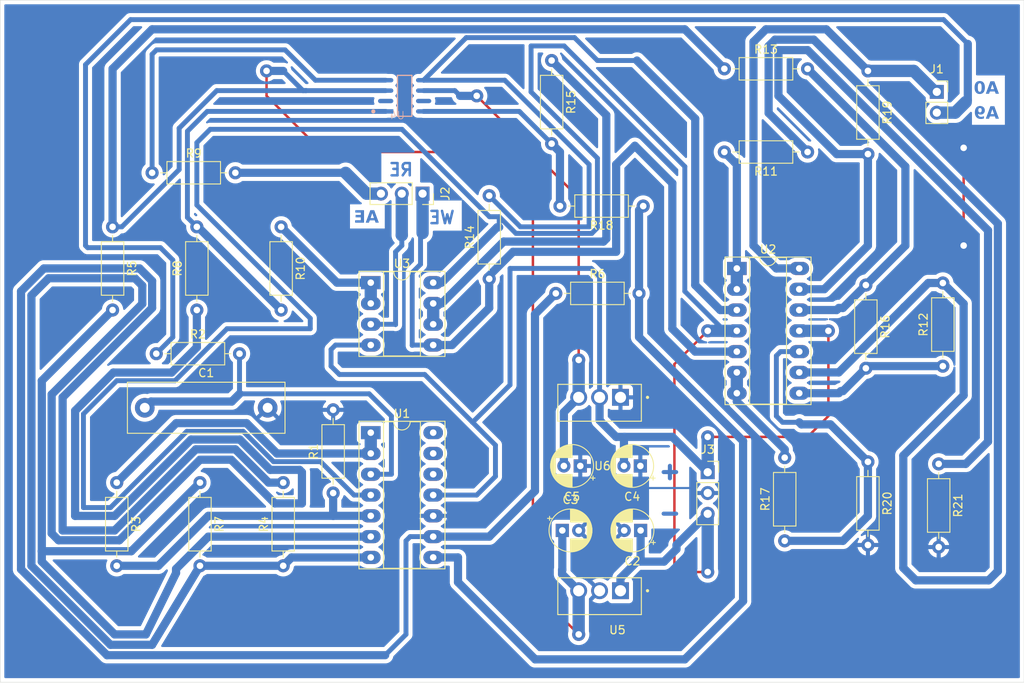
<source format=kicad_pcb>
(kicad_pcb (version 20221018) (generator pcbnew)
  (layers (0 "F.Cu" signal) (31 "B.Cu" signal) (34 "B.Paste" user) (35 "F.Paste" user) (36 "B.SilkS" user "B.Silkscreen") (37 "F.SilkS" user "F.Silkscreen") (38 "B.Mask" user) (39 "F.Mask" user) (44 "Edge.Cuts" user))
  (net 0 "")
  (net 1 "Net-(U1A-+)")
  (net 2 "GND")
  (net 3 "+9V")
  (net 4 "+5V")
  (net 5 "-9V")
  (net 6 "-5V")
  (net 7 "A0")
  (net 8 "A9")
  (net 9 "Net-(J2-Pin_1)")
  (net 10 "Net-(J2-Pin_2)")
  (net 11 "Net-(J2-Pin_3)")
  (net 12 "Net-(U1B-+)")
  (net 13 "Net-(U1A--)")
  (net 14 "t+")
  (net 15 "Net-(U1C--)")
  (net 16 "Net-(U1B--)")
  (net 17 "t-")
  (net 18 "Net-(U4--IN)")
  (net 19 "Net-(U4-+OUT)")
  (net 20 "Net-(U3A--)")
  (net 21 "Net-(U2C--)")
  (net 22 "Net-(U2A--)")
  (net 23 "Net-(R12-Pad1)")
  (net 24 "Net-(U2D-+)")
  (net 25 "Net-(U2A-+)")
  (net 26 "Net-(U3B--)")
  (net 27 "Net-(U4-+IN)")
  (net 28 "Net-(U2C-+)")
  (net 29 "Net-(U2B--)")
  (net 30 "Net-(U2D--)")
  (footprint "l7805:TO255P1020X450X2000-3" (layer "F.Cu") (at 127.772001 103.5325 180)
    (fp_text reference "U6")
    (fp_text value "L7905")
  )
  (footprint "Resistor_THT:R_Axial_DIN0207_L6.3mm_D2.5mm_P10.16mm_Horizontal" (layer "F.Cu") (at 114.3 88.392 90)
    (fp_text reference "R14")
    (fp_text value "2.2K")
  )
  (footprint "Connector_PinSocket_2.54mm:PinSocket_1x03_P2.54mm_Vertical" (layer "F.Cu") (at 140.97 112.014)
    (fp_text reference "J3")
    (fp_text value "Conn_01x03")
  )
  (footprint "Resistor_THT:R_Axial_DIN0207_L6.3mm_D2.5mm_P10.16mm_Horizontal" (layer "F.Cu") (at 153.162 72.898 180)
    (fp_text reference "R11")
    (fp_text value "1K")
  )
  (footprint "Capacitor_THT:C_Rect_L19.0mm_W6.0mm_P15.00mm_MKS4" (layer "F.Cu") (at 72.256 104.14)
    (fp_text reference "C1")
    (fp_text value "470nF")
  )
  (footprint "Package_DIP:DIP-14_W7.62mm_Socket_LongPads" (layer "F.Cu") (at 144.526 87.122)
    (fp_text reference "U2")
    (fp_text value "LM324")
  )
  (footprint "Resistor_THT:R_Axial_DIN0207_L6.3mm_D2.5mm_P10.16mm_Horizontal" (layer "F.Cu") (at 133.096 79.502 180)
    (fp_text reference "R18")
    (fp_text value "10K")
  )
  (footprint "Capacitor_THT:CP_Radial_D5.0mm_P2.00mm" (layer "F.Cu") (at 123.222001 119.126)
    (fp_text reference "C3")
    (fp_text value "0.3uF")
  )
  (footprint "Capacitor_THT:CP_Radial_D5.0mm_P2.00mm" (layer "F.Cu") (at 132.781113 119.126 180)
    (fp_text reference "C2")
    (fp_text value "0.3uF")
  )
  (footprint "l7805:TO255P1020X450X2000-3" (layer "F.Cu") (at 127.772001 127.1545 180)
    (fp_text reference "U5")
    (fp_text value "L7805")
  )
  (footprint "Package_DIP:DIP-8_W7.62mm_Socket_LongPads" (layer "F.Cu") (at 99.842 88.858666)
    (fp_text reference "U3")
    (fp_text value "LM358")
  )
  (footprint "Resistor_THT:R_Axial_DIN0207_L6.3mm_D2.5mm_P10.16mm_Horizontal" (layer "F.Cu") (at 121.92 61.722 -90)
    (fp_text reference "R15")
    (fp_text value "10K")
  )
  (footprint "Resistor_THT:R_Axial_DIN0207_L6.3mm_D2.5mm_P10.16mm_Horizontal" (layer "F.Cu") (at 73.152 75.438)
    (fp_text reference "R9")
    (fp_text value "2.2K")
  )
  (footprint "Resistor_THT:R_Axial_DIN0207_L6.3mm_D2.5mm_P10.16mm_Horizontal" (layer "F.Cu") (at 150.368 120.396 90)
    (fp_text reference "R17")
    (fp_text value "1K")
  )
  (footprint "Resistor_THT:R_Axial_DIN0207_L6.3mm_D2.5mm_P10.16mm_Horizontal" (layer "F.Cu") (at 169.672 99.06 90)
    (fp_text reference "R12")
    (fp_text value "1K")
  )
  (footprint "Capacitor_THT:CP_Radial_D5.0mm_P2.00mm" (layer "F.Cu") (at 125.415113 111.252 180)
    (fp_text reference "C5")
    (fp_text value "0.3uF")
  )
  (footprint "Connector_PinSocket_2.54mm:PinSocket_1x03_P2.54mm_Vertical" (layer "F.Cu") (at 106.167 77.984333 -90)
    (fp_text reference "J2")
    (fp_text value "Conn_01x03")
  )
  (footprint "Resistor_THT:R_Axial_DIN0207_L6.3mm_D2.5mm_P10.16mm_Horizontal" (layer "F.Cu") (at 160.528 110.744 -90)
    (fp_text reference "R20")
    (fp_text value "1K")
  )
  (footprint "Resistor_THT:R_Axial_DIN0207_L6.3mm_D2.5mm_P10.16mm_Horizontal" (layer "F.Cu") (at 68.834 113.284 -90)
    (fp_text reference "R3")
    (fp_text value "2.83K")
  )
  (footprint "Resistor_THT:R_Axial_DIN0207_L6.3mm_D2.5mm_P10.16mm_Horizontal" (layer "F.Cu") (at 160.528 62.992 -90)
    (fp_text reference "R19")
    (fp_text value "1.17K")
  )
  (footprint "Resistor_THT:R_Axial_DIN0207_L6.3mm_D2.5mm_P10.16mm_Horizontal" (layer "F.Cu") (at 78.613 92.202 90)
    (fp_text reference "R8")
    (fp_text value "10K")
  )
  (footprint "Resistor_THT:R_Axial_DIN0207_L6.3mm_D2.5mm_P10.16mm_Horizontal" (layer "F.Cu") (at 78.994 113.284 -90)
    (fp_text reference "R7")
    (fp_text value "150")
  )
  (footprint "Resistor_THT:R_Axial_DIN0207_L6.3mm_D2.5mm_P10.16mm_Horizontal" (layer "F.Cu") (at 68.326 82.042 -90)
    (fp_text reference "R5")
    (fp_text value "1K")
  )
  (footprint "Resistor_THT:R_Axial_DIN0207_L6.3mm_D2.5mm_P10.16mm_Horizontal" (layer "F.Cu") (at 160.274 89.154 -90)
    (fp_text reference "R16")
    (fp_text value "1K")
  )
  (footprint "Resistor_THT:R_Axial_DIN0207_L6.3mm_D2.5mm_P10.16mm_Horizontal" (layer "F.Cu") (at 89.154 123.444 90)
    (fp_text reference "R4")
    (fp_text value "1K")
  )
  (footprint "Resistor_THT:R_Axial_DIN0207_L6.3mm_D2.5mm_P10.16mm_Horizontal" (layer "F.Cu") (at 143.002 62.738)
    (fp_text reference "R13")
    (fp_text value "3.3K")
  )
  (footprint "Package_DIP:DIP-14_W7.62mm_Socket_LongPads" (layer "F.Cu") (at 99.842 107.183)
    (fp_text reference "U1")
    (fp_text value "LM324")
  )
  (footprint "Resistor_THT:R_Axial_DIN0207_L6.3mm_D2.5mm_P10.16mm_Horizontal" (layer "F.Cu") (at 73.66 97.536)
    (fp_text reference "R2")
    (fp_text value "10K")
  )
  (footprint "Resistor_THT:R_Axial_DIN0207_L6.3mm_D2.5mm_P10.16mm_Horizontal" (layer "F.Cu") (at 122.428 90.17)
    (fp_text reference "R6")
    (fp_text value "1K")
  )
  (footprint "Capacitor_THT:CP_Radial_D5.0mm_P2.00mm" (layer "F.Cu") (at 132.749113 111.252 180)
    (fp_text reference "C4")
    (fp_text value "0.3uF")
  )
  (footprint "Resistor_THT:R_Axial_DIN0207_L6.3mm_D2.5mm_P10.16mm_Horizontal" (layer "F.Cu") (at 95.25 114.554 90)
    (fp_text reference "R1")
    (fp_text value "1K")
  )
  (footprint "Resistor_THT:R_Axial_DIN0207_L6.3mm_D2.5mm_P10.16mm_Horizontal" (layer "F.Cu") (at 88.9 82.042 -90)
    (fp_text reference "R10")
    (fp_text value "10K")
  )
  (footprint "Connector_PinSocket_2.54mm:PinSocket_1x02_P2.54mm_Vertical" (layer "F.Cu") (at 168.935 65.552)
    (fp_text reference "J1")
    (fp_text value "Conn_01x02")
  )
  (footprint "Resistor_THT:R_Axial_DIN0207_L6.3mm_D2.5mm_P10.16mm_Horizontal" (layer "F.Cu") (at 169.164 110.998 -90)
    (fp_text reference "R21")
    (fp_text value "1K")
  )
  (footprint "Analog Devices Inc - AD8138ARZ:ANALOG_DEVICES_INC_AD8138ARZ_0" (layer "B.Cu") (at 103.9795 66.035)
    (fp_text reference "U4")
    (fp_text value "AD8138ARZ")
  )
  (gr_rect (start 54.61 54.356) (end 179.578 137.668) (stroke (width 0.05)) (fill none) (layer "Edge.Cuts"))
  (gr_text "WE" (at 110.236 81.788) (layer "B.Cu") (effects (font (size 1.5 1.5) (thickness 0.3) bold) (justify left bottom mirror)))
  (gr_text "AE" (at 100.838 81.788) (layer "B.Cu") (effects (font (size 1.5 1.5) (thickness 0.3) bold) (justify left bottom mirror)))
  (gr_text "RE" (at 105.156 75.946) (layer "B.Cu") (effects (font (size 1.5 1.5) (thickness 0.3) bold) (justify left bottom mirror)))
  (gr_text "A9" (at 176.53 69.088) (layer "B.Cu") (effects (font (size 1.5 1.5) (thickness 0.3) bold) (justify left bottom mirror)))
  (gr_text "+\n" (at 137.922 113.03) (layer "B.Cu") (effects (font (size 2 2) (thickness 0.5) bold) (justify left bottom mirror)))
  (gr_text "-" (at 137.922 118.11) (layer "B.Cu") (effects (font (size 2 2) (thickness 0.5) bold) (justify left bottom mirror)))
  (gr_text "A0" (at 176.53 66.04) (layer "B.Cu") (effects (font (size 1.5 1.5) (thickness 0.3) bold) (justify left bottom mirror)))
  (segment (start 99.646 102.44) (end 83.820002 102.44) (width 0.6) (layer "B.Cu") (net 1))
  (segment (start 99.842 112.263) (end 102.362 112.263) (width 0.6) (layer "B.Cu") (net 1))
  (segment (start 83.82 102.439998) (end 83.820002 102.44) (width 0.6) (layer "B.Cu") (net 1))
  (segment (start 82.882002 103.378) (end 83.820002 102.44) (width 1) (layer "B.Cu") (net 1))
  (segment (start 73.018 103.378) (end 82.882002 103.378) (width 1) (layer "B.Cu") (net 1))
  (segment (start 72.256 104.14) (end 73.018 103.378) (width 1) (layer "B.Cu") (net 1))
  (segment (start 102.362 112.263) (end 102.362 105.156) (width 0.6) (layer "B.Cu") (net 1))
  (segment (start 83.82 97.536) (end 83.82 102.439998) (width 0.6) (layer "B.Cu") (net 1))
  (segment (start 102.362 105.156) (end 99.646 102.44) (width 0.6) (layer "B.Cu") (net 1))
  (segment (start 172.212 72.39) (end 172.212 84.327998) (width 0.3) (layer "F.Cu") (net 2))
  (segment (start 172.212 84.327998) (end 172.212001 84.327999) (width 0.3) (layer "F.Cu") (net 2))
  (via (at 172.212001 84.327999) (size 1.6) (drill 0.8) (layers "F.Cu" "B.Cu") (net 2))
  (via (at 172.212 72.39) (size 1.6) (drill 0.8) (layers "F.Cu" "B.Cu") (net 2))
  (segment (start 136.906 124.206) (end 136.906 98.806) (width 0.3) (layer "F.Cu") (net 3))
  (segment (start 140.97 124.206) (end 136.906 124.206) (width 0.3) (layer "F.Cu") (net 3))
  (segment (start 136.906 98.806) (end 140.97 94.742) (width 0.3) (layer "F.Cu") (net 3))
  (via (at 140.97 124.206) (size 1.6) (drill 0.8) (layers "F.Cu" "B.Cu") (net 3))
  (via (at 140.97 94.742) (size 1.6) (drill 0.8) (layers "F.Cu" "B.Cu") (net 3))
  (segment (start 140.97 94.742) (end 144.526 94.742) (width 1.5) (layer "B.Cu") (net 3))
  (segment (start 92.456 93.218) (end 92.456 94.488) (width 0.6) (layer "B.Cu") (net 3))
  (segment (start 137.16 121.412) (end 135.636 122.936) (width 1) (layer "B.Cu") (net 3))
  (segment (start 135.636 122.936) (end 132.334 122.936) (width 1) (layer "B.Cu") (net 3))
  (segment (start 140.97 117.094) (end 137.16 120.904) (width 1) (layer "B.Cu") (net 3))
  (segment (start 127.508 73.66) (end 119.41 65.562) (width 0.6) (layer "B.Cu") (net 3))
  (segment (start 126.823164 82.841501) (end 127.508 82.156665) (width 0.6) (layer "B.Cu") (net 3))
  (segment (start 127.508 82.156665) (end 127.508 73.66) (width 0.6) (layer "B.Cu") (net 3))
  (segment (start 115.264666 82.093334) (end 108.499334 88.858666) (width 1) (layer "B.Cu") (net 3))
  (segment (start 119.41 65.562) (end 119.41 59.944) (width 0.6) (layer "B.Cu") (net 3))
  (segment (start 84.27149 107.020998) (end 87.977993 110.727501) (width 0.6) (layer "B.Cu") (net 3))
  (segment (start 64.77 116.332) (end 68.072 116.332) (width 0.6) (layer "B.Cu") (net 3))
  (segment (start 108.499334 88.858666) (end 107.462 88.858666) (width 1) (layer "B.Cu") (net 3))
  (segment (start 75.946 100.838) (end 68.834 100.838) (width 0.6) (layer "B.Cu") (net 3))
  (segment (start 138.176 89.916) (end 143.002 94.742) (width 0.6) (layer "B.Cu") (net 3))
  (segment (start 92.456 94.488) (end 82.296 94.488) (width 0.6) (layer "B.Cu") (net 3))
  (segment (start 78.613 79.375) (end 92.456 93.218) (width 0.6) (layer "B.Cu") (net 3))
  (segment (start 77.383002 107.020998) (end 84.27149 107.020998) (width 0.6) (layer "B.Cu") (net 3))
  (segment (start 87.977993 110.727501) (end 93.722001 110.727501) (width 0.6) (layer "B.Cu") (net 3))
  (segment (start 80.244 70.124) (end 78.613 71.755) (width 0.6) (layer "B.Cu") (net 3))
  (segment (start 119.41 59.944) (end 123.444 59.944) (width 0.6) (layer "B.Cu") (net 3))
  (segment (start 132.334 122.936) (end 130.322001 124.947999) (width 1) (layer "B.Cu") (net 3))
  (segment (start 93.722001 110.727501) (end 97.7975 114.803) (width 0.6) (layer "B.Cu") (net 3))
  (segment (start 114.33 80.802) (end 103.652 70.124) (width 0.6) (layer "B.Cu") (net 3))
  (segment (start 82.296 94.488) (end 75.946 100.838) (width 0.6) (layer "B.Cu") (net 3))
  (segment (start 137.16 120.904) (end 137.16 121.412) (width 1) (layer "B.Cu") (net 3))
  (segment (start 115.518666 80.802) (end 117.558167 82.841501) (width 0.6) (layer "B.Cu") (net 3))
  (segment (start 115.518666 80.802) (end 114.33 80.802) (width 0.6) (layer "B.Cu") (net 3))
  (segment (start 123.444 59.944) (end 138.176 74.676) (width 0.6) (layer "B.Cu") (net 3))
  (segment (start 115.518666 82.093334) (end 115.264666 82.093334) (width 1) (layer "B.Cu") (net 3))
  (segment (start 140.97 124.206) (end 140.97 117.094) (width 1.5) (layer "B.Cu") (net 3))
  (segment (start 64.77 104.902) (end 64.77 116.332) (width 0.6) (layer "B.Cu") (net 3))
  (segment (start 130.322001 124.947999) (end 130.322001 126.492) (width 1) (layer "B.Cu") (net 3))
  (segment (start 138.176 74.676) (end 138.176 89.916) (width 0.6) (layer "B.Cu") (net 3))
  (segment (start 97.7975 114.803) (end 99.842 114.803) (width 0.6) (layer "B.Cu") (net 3))
  (segment (start 143.002 94.742) (end 144.526 94.742) (width 0.6) (layer "B.Cu") (net 3))
  (segment (start 115.518666 82.093334) (end 115.518666 80.802) (width 0.6) (layer "B.Cu") (net 3))
  (segment (start 68.072 116.332) (end 77.383002 107.020998) (width 0.6) (layer "B.Cu") (net 3))
  (segment (start 78.613 71.755) (end 78.613 79.375) (width 0.6) (layer "B.Cu") (net 3))
  (segment (start 132.781113 119.126) (end 132.781113 122.488887) (width 1) (layer "B.Cu") (net 3))
  (segment (start 103.652 70.124) (end 80.244 70.124) (width 0.6) (layer "B.Cu") (net 3))
  (segment (start 132.781113 122.488887) (end 132.334 122.936) (width 1) (layer "B.Cu") (net 3))
  (segment (start 68.834 100.838) (end 64.77 104.902) (width 0.6) (layer "B.Cu") (net 3))
  (segment (start 117.558167 82.841501) (end 126.823164 82.841501) (width 0.6) (layer "B.Cu") (net 3))
  (segment (start 93.98 72.898) (end 114.3 72.898) (width 0.3) (layer "F.Cu") (net 4))
  (segment (start 119.634 77.216) (end 119.634 126.238) (width 0.3) (layer "F.Cu") (net 4))
  (segment (start 87.122 66.04) (end 93.98 72.898) (width 0.3) (layer "F.Cu") (net 4))
  (segment (start 87.122 62.992) (end 87.122 66.04) (width 0.3) (layer "F.Cu") (net 4))
  (segment (start 114.3 72.898) (end 118.618 77.216) (width 0.3) (layer "F.Cu") (net 4))
  (segment (start 118.618 77.216) (end 119.634 77.216) (width 0.3) (layer "F.Cu") (net 4))
  (segment (start 119.634 126.238) (end 125.222 131.826) (width 0.3) (layer "F.Cu") (net 4))
  (via (at 125.222 131.826) (size 1.6) (drill 0.8) (layers "F.Cu" "B.Cu") (net 4))
  (via (at 87.122 62.992) (size 1.6) (drill 0.8) (layers "F.Cu" "B.Cu") (net 4))
  (segment (start 68.326 62.738) (end 68.326 82.042) (width 1) (layer "B.Cu") (net 4))
  (segment (start 81.043334 65.4) (end 76.454 69.989334) (width 0.6) (layer "B.Cu") (net 4))
  (segment (start 143.002 62.738) (end 138.176 57.912) (width 1) (layer "B.Cu") (net 4))
  (segment (start 123.222001 123.919999) (end 123.222001 119.126) (width 1) (layer "B.Cu") (net 4))
  (segment (start 123.19 124.459999) (end 123.19 123.952) (width 1) (layer "B.Cu") (net 4))
  (segment (start 69.45737 82.042) (end 68.326 82.042) (width 0.6) (layer "B.Cu") (net 4))
  (segment (start 138.176 57.912) (end 73.152 57.912) (width 1) (layer "B.Cu") (net 4))
  (segment (start 101.6635 65.4) (end 91.948 65.4) (width 0.6) (layer "B.Cu") (net 4))
  (segment (start 125.222 131.826) (end 125.222001 126.492) (width 1.5) (layer "B.Cu") (net 4))
  (segment (start 76.454 75.04537) (end 69.45737 82.042) (width 0.6) (layer "B.Cu") (net 4))
  (segment (start 91.562 65.4) (end 89.154 62.992) (width 0.6) (layer "B.Cu") (net 4))
  (segment (start 125.222001 126.492) (end 123.19 124.459999) (width 1) (layer "B.Cu") (net 4))
  (segment (start 73.152 57.912) (end 68.326 62.738) (width 1) (layer "B.Cu") (net 4))
  (segment (start 76.454 69.989334) (end 76.454 75.04537) (width 0.6) (layer "B.Cu") (net 4))
  (segment (start 91.948 65.4) (end 91.562 65.4) (width 0.6) (layer "B.Cu") (net 4))
  (segment (start 91.948 65.4) (end 81.043334 65.4) (width 0.6) (layer "B.Cu") (net 4))
  (segment (start 123.19 123.952) (end 123.222001 123.919999) (width 1) (layer "B.Cu") (net 4))
  (segment (start 87.122 62.992) (end 89.154 62.992) (width 1) (layer "B.Cu") (net 4))
  (segment (start 155.702 105.156) (end 153.162 107.696) (width 0.3) (layer "F.Cu") (net 5))
  (segment (start 153.162 107.696) (end 140.97 107.696) (width 0.3) (layer "F.Cu") (net 5))
  (segment (start 155.702 94.742) (end 155.702 105.156) (width 0.3) (layer "F.Cu") (net 5))
  (via (at 140.97 107.696) (size 1.6) (drill 0.8) (layers "F.Cu" "B.Cu") (net 5))
  (via (at 155.702 94.742) (size 1.6) (drill 0.8) (layers "F.Cu" "B.Cu") (net 5))
  (segment (start 130.749113 111.252) (end 130.749113 107.756887) (width 1) (layer "B.Cu") (net 5))
  (segment (start 115.062 108.712) (end 115.062 112.522) (width 0.6) (layer "B.Cu") (net 5))
  (segment (start 94.996 99.06) (end 96.012 100.076) (width 0.6) (layer "B.Cu") (net 5))
  (segment (start 106.426 100.076) (end 112.268 105.918) (width 0.6) (layer "B.Cu") (net 5))
  (segment (start 95.545334 96.478666) (end 94.996 97.028) (width 0.6) (layer "B.Cu") (net 5))
  (segment (start 126.766002 87.122) (end 127.772001 88.127999) (width 0.6) (layer "B.Cu") (net 5))
  (segment (start 99.842 96.478666) (end 95.545334 96.478666) (width 0.6) (layer "B.Cu") (net 5))
  (segment (start 116.84 101.346) (end 116.84 87.122) (width 0.6) (layer "B.Cu") (net 5))
  (segment (start 140.97 107.696) (end 140.97 112.014) (width 1.5) (layer "B.Cu") (net 5))
  (segment (start 129.794 107.696) (end 127.772001 105.674001) (width 1) (layer "B.Cu") (net 5))
  (segment (start 116.84 87.122) (end 126.766002 87.122) (width 0.6) (layer "B.Cu") (net 5))
  (segment (start 130.749113 107.756887) (end 130.81 107.696) (width 1) (layer "B.Cu") (net 5))
  (segment (start 136.652 107.696) (end 130.81 107.696) (width 1) (layer "B.Cu") (net 5))
  (segment (start 130.81 107.696) (end 129.794 107.696) (width 1) (layer "B.Cu") (net 5))
  (segment (start 127.772001 105.674001) (end 127.772001 102.87) (width 1) (layer "B.Cu") (net 5))
  (segment (start 155.702 94.742) (end 152.146 94.742) (width 1.5) (layer "B.Cu") (net 5))
  (segment (start 112.781 114.803) (end 107.462 114.803) (width 0.6) (layer "B.Cu") (net 5))
  (segment (start 112.268 105.918) (end 115.062 108.712) (width 0.6) (layer "B.Cu") (net 5))
  (segment (start 112.268 105.918) (end 116.84 101.346) (width 0.6) (layer "B.Cu") (net 5))
  (segment (start 140.97 112.014) (end 136.652 107.696) (width 1) (layer "B.Cu") (net 5))
  (segment (start 127.772001 88.127999) (end 127.772001 102.87) (width 0.6) (layer "B.Cu") (net 5))
  (segment (start 115.062 112.522) (end 112.781 114.803) (width 0.6) (layer "B.Cu") (net 5))
  (segment (start 94.996 97.028) (end 94.996 99.06) (width 0.6) (layer "B.Cu") (net 5))
  (segment (start 96.012 100.076) (end 106.426 100.076) (width 0.6) (layer "B.Cu") (net 5))
  (segment (start 112.776 66.04) (end 125.222 78.486) (width 0.3) (layer "F.Cu") (net 6))
  (segment (start 125.222 78.486) (end 125.222 98.298) (width 0.3) (layer "F.Cu") (net 6))
  (via (at 125.222 98.298) (size 1.6) (drill 0.8) (layers "F.Cu" "B.Cu") (net 6))
  (via (at 112.776 66.04) (size 1.6) (drill 0.8) (layers "F.Cu" "B.Cu") (net 6))
  (segment (start 123.415113 111.252) (end 123.415113 104.676888) (width 1) (layer "B.Cu") (net 6))
  (segment (start 123.415113 104.676888) (end 125.222001 102.87) (width 1) (layer "B.Cu") (net 6))
  (segment (start 110.104 65.4) (end 110.744 66.04) (width 0.6) (layer "B.Cu") (net 6))
  (segment (start 112.776 66.04) (end 110.744 66.04) (width 1) (layer "B.Cu") (net 6))
  (segment (start 106.2955 65.4) (end 110.104 65.4) (width 0.6) (layer "B.Cu") (net 6))
  (segment (start 125.222 98.298) (end 125.222001 102.87) (width 1.5) (layer "B.Cu") (net 6))
  (segment (start 168.935 65.552) (end 168.676 65.552) (width 1.5) (layer "B.Cu") (net 7))
  (segment (start 146.558 84.328) (end 146.558 59.436) (width 1) (layer "B.Cu") (net 7))
  (segment (start 168.676 65.552) (end 166.116 62.992) (width 1.5) (layer "B.Cu") (net 7))
  (segment (start 149.352 87.122) (end 146.558 84.328) (width 1) (layer "B.Cu") (net 7))
  (segment (start 148.082 57.912) (end 155.448 57.912) (width 1) (layer "B.Cu") (net 7))
  (segment (start 152.146 87.122) (end 149.352 87.122) (width 1) (layer "B.Cu") (net 7))
  (segment (start 155.448 57.912) (end 160.528 62.992) (width 1) (layer "B.Cu") (net 7))
  (segment (start 166.116 62.992) (end 160.528 62.992) (width 1.5) (layer "B.Cu") (net 7))
  (segment (start 146.558 59.436) (end 148.082 57.912) (width 1) (layer "B.Cu") (net 7))
  (segment (start 172.72 66.548) (end 172.466 66.802) (width 1) (layer "B.Cu") (net 8))
  (segment (start 169.758998 56.728998) (end 172.72 59.69) (width 0.6) (layer "B.Cu") (net 8))
  (segment (start 75.675501 86.089501) (end 74.168 84.582) (width 0.6) (layer "B.Cu") (net 8))
  (segment (start 65.024 62.23) (end 70.525002 56.728998) (width 0.6) (layer "B.Cu") (net 8))
  (segment (start 70.525002 56.728998) (end 169.758998 56.728998) (width 0.6) (layer "B.Cu") (net 8))
  (segment (start 73.66 97.536) (end 75.675501 95.520499) (width 0.6) (layer "B.Cu") (net 8))
  (segment (start 172.72 59.69) (end 172.72 66.548) (width 1) (layer "B.Cu") (net 8))
  (segment (start 65.024 84.328) (end 65.024 62.23) (width 0.6) (layer "B.Cu") (net 8))
  (segment (start 74.168 84.582) (end 65.278 84.582) (width 0.6) (layer "B.Cu") (net 8))
  (segment (start 171.176 68.092) (end 172.466 66.802) (width 1.5) (layer "B.Cu") (net 8))
  (segment (start 65.278 84.582) (end 65.024 84.328) (width 0.6) (layer "B.Cu") (net 8))
  (segment (start 75.675501 95.520499) (end 75.675501 86.089501) (width 0.6) (layer "B.Cu") (net 8))
  (segment (start 168.935 68.092) (end 171.176 68.092) (width 1.5) (layer "B.Cu") (net 8))
  (segment (start 105.918 86.614) (end 105.918 83.048) (width 0.6) (layer "B.Cu") (net 9))
  (segment (start 129.794 74.422) (end 129.794 85.09) (width 1) (layer "B.Cu") (net 9))
  (segment (start 106.167 77.984333) (end 106.167 82.799) (width 1.5) (layer "B.Cu") (net 9))
  (segment (start 107.462 96.478666) (end 104.943334 96.478666) (width 0.6) (layer "B.Cu") (net 9))
  (segment (start 136.652 76.708) (end 132.08 72.136) (width 1) (layer "B.Cu") (net 9))
  (segment (start 114.3 88.392) (end 114.3 91.948) (width 1) (layer "B.Cu") (net 9))
  (segment (start 139.446 97.282) (end 136.652 94.488) (width 1) (layer "B.Cu") (net 9))
  (segment (start 104.902 96.52) (end 104.902 87.63) (width 0.6) (layer "B.Cu") (net 9))
  (segment (start 104.902 87.63) (end 105.918 86.614) (width 0.6) (layer "B.Cu") (net 9))
  (segment (start 114.3 91.948) (end 109.769334 96.478666) (width 1) (layer "B.Cu") (net 9))
  (segment (start 117.204492 85.09) (end 114.3 87.994492) (width 1) (layer "B.Cu") (net 9))
  (segment (start 136.652 94.488) (end 136.652 76.708) (width 1) (layer "B.Cu") (net 9))
  (segment (start 129.794 85.09) (end 117.204492 85.09) (width 1) (layer "B.Cu") (net 9))
  (segment (start 132.08 72.136) (end 129.794 74.422) (width 1) (layer "B.Cu") (net 9))
  (segment (start 144.526 97.282) (end 139.446 97.282) (width 1) (layer "B.Cu") (net 9))
  (segment (start 109.769334 96.478666) (end 107.462 96.478666) (width 1) (layer "B.Cu") (net 9))
  (segment (start 105.918 83.048) (end 106.167 82.799) (width 0.6) (layer "B.Cu") (net 9))
  (segment (start 104.943334 96.478666) (end 104.902 96.52) (width 0.6) (layer "B.Cu") (net 9))
  (segment (start 114.3 87.994492) (end 114.3 88.392) (width 1) (layer "B.Cu") (net 9))
  (segment (start 103.632 84.328) (end 103.632 83.058) (width 0.6) (layer "B.Cu") (net 10))
  (segment (start 99.842 93.938666) (end 102.828666 93.938666) (width 0.6) (layer "B.Cu") (net 10))
  (segment (start 102.87 85.09) (end 103.632 84.328) (width 0.6) (layer "B.Cu") (net 10))
  (segment (start 102.87 93.98) (end 102.87 85.09) (width 0.6) (layer "B.Cu") (net 10))
  (segment (start 103.627 77.984333) (end 103.627 83.053) (width 1.5) (layer "B.Cu") (net 10))
  (segment (start 103.627 83.053) (end 103.632 83.058) (width 1.5) (layer "B.Cu") (net 10))
  (segment (start 102.828666 93.938666) (end 102.87 93.98) (width 0.6) (layer "B.Cu") (net 10))
  (segment (start 101.087 77.984333) (end 99.320333 77.984333) (width 1.5) (layer "B.Cu") (net 11))
  (segment (start 99.320333 77.984333) (end 96.774 75.438) (width 1.5) (layer "B.Cu") (net 11))
  (segment (start 83.312 75.438) (end 96.774 75.438) (width 1) (layer "B.Cu") (net 11))
  (segment (start 95.25 114.554) (end 95.25 117.343) (width 1) (layer "B.Cu") (net 12))
  (segment (start 99.842 117.343) (end 95.25 117.343) (width 1) (layer "B.Cu") (net 12))
  (segment (start 80.015 117.343) (end 73.914 123.444) (width 1) (layer "B.Cu") (net 12))
  (segment (start 73.914 123.444) (end 68.834 123.444) (width 1) (layer "B.Cu") (net 12))
  (segment (start 95.25 117.343) (end 80.015 117.343) (width 1) (layer "B.Cu") (net 12))
  (segment (start 76.096503 106.021497) (end 84.685497 106.021497) (width 1) (layer "B.Cu") (net 13))
  (segment (start 99.837 109.728) (end 99.842 109.723) (width 1) (layer "B.Cu") (net 13))
  (segment (start 68.834 113.284) (end 76.096503 106.021497) (width 1) (layer "B.Cu") (net 13))
  (segment (start 84.685497 106.021497) (end 88.392 109.728) (width 1) (layer "B.Cu") (net 13))
  (segment (start 88.392 109.728) (end 99.837 109.728) (width 1) (layer "B.Cu") (net 13))
  (segment (start 99.842 107.183) (end 99.842 109.723) (width 1.5) (layer "B.Cu") (net 13))
  (segment (start 73.152 133.096) (end 68.072 133.096) (width 1) (layer "B.Cu") (net 14))
  (segment (start 68.072 133.096) (end 58.42 123.444) (width 1) (layer "B.Cu") (net 14))
  (segment (start 61.73315 120.325501) (end 69.158499 120.325501) (width 1) (layer "B.Cu") (net 14))
  (segment (start 71.049501 88.321501) (end 71.952499 89.224499) (width 1) (layer "B.Cu") (net 14))
  (segment (start 99.837 122.428) (end 99.842 122.423) (width 1) (layer "B.Cu") (net 14))
  (segment (start 87.563986 111.727002) (end 83.857483 108.020499) (width 1) (layer "B.Cu") (net 14))
  (segment (start 91.44 112.014) (end 91.153002 111.727002) (width 1) (layer "B.Cu") (net 14))
  (segment (start 88.138 115.824) (end 91.44 115.824) (width 1) (layer "B.Cu") (net 14))
  (segment (start 58.42 90.424) (end 60.522499 88.321501) (width 1) (layer "B.Cu") (net 14))
  (segment (start 60.522499 88.321501) (end 71.049501 88.321501) (width 1) (layer "B.Cu") (net 14))
  (segment (start 82.804 110.49) (end 88.138 115.824) (width 1) (layer "B.Cu") (net 14))
  (segment (start 77.907501 108.020499) (end 68.58 117.348) (width 1) (layer "B.Cu") (net 14))
  (segment (start 89.154 123.444) (end 90.17 122.428) (width 1) (layer "B.Cu") (net 14))
  (segment (start 68.58 117.348) (end 63.754 117.348) (width 1) (layer "B.Cu") (net 14))
  (segment (start 91.44 115.824) (end 91.44 112.014) (width 1) (layer "B.Cu") (net 14))
  (segment (start 71.952499 89.224499) (end 71.952499 91.451151) (width 1) (layer "B.Cu") (net 14))
  (segment (start 58.42 123.444) (end 58.42 90.424) (width 1) (layer "B.Cu") (net 14))
  (segment (start 68.419993 99.838499) (end 75.531993 99.838499) (width 1) (layer "B.Cu") (net 14))
  (segment (start 83.857483 108.020499) (end 77.907501 108.020499) (width 1) (layer "B.Cu") (net 14))
  (segment (start 91.153002 111.727002) (end 87.563986 111.727002) (width 1) (layer "B.Cu") (net 14))
  (segment (start 78.613 96.757492) (end 78.613 92.202) (width 1) (layer "B.Cu") (net 14))
  (segment (start 78.994 110.49) (end 82.804 110.49) (width 1) (layer "B.Cu") (net 14))
  (segment (start 71.952499 91.451151) (end 60.89 102.51365) (width 1) (layer "B.Cu") (net 14))
  (segment (start 60.89 102.51365) (end 60.89 119.482351) (width 1) (layer "B.Cu") (net 14))
  (segment (start 63.754 117.348) (end 63.754 104.504492) (width 1) (layer "B.Cu") (net 14))
  (segment (start 90.17 122.428) (end 99.837 122.428) (width 1) (layer "B.Cu") (net 14))
  (segment (start 78.994 123.444) (end 89.154 123.444) (width 1) (layer "B.Cu") (net 14))
  (segment (start 63.754 104.504492) (end 68.419993 99.838499) (width 1) (layer "B.Cu") (net 14))
  (segment (start 60.89 119.482351) (end 61.73315 120.325501) (width 1) (layer "B.Cu") (net 14))
  (segment (start 69.158499 120.325501) (end 78.994 110.49) (width 1) (layer "B.Cu") (net 14))
  (segment (start 75.531993 99.838499) (end 78.613 96.757492) (width 1) (layer "B.Cu") (net 14))
  (segment (start 78.994 123.444) (end 73.152 133.096) (width 1) (layer "B.Cu") (net 14))
  (segment (start 114.305 119.883) (end 107.462 119.883) (width 1) (layer "B.Cu") (net 15))
  (segment (start 104.14 120.396) (end 104.14 131.826) (width 0.6) (layer "B.Cu") (net 15))
  (segment (start 87.376 113.284) (end 83.312 109.22) (width 1) (layer "B.Cu") (net 15))
  (segment (start 107.462 119.883) (end 104.653 119.883) (width 0.6) (layer "B.Cu") (net 15))
  (segment (start 104.14 131.826) (end 101.6 134.366) (width 0.6) (layer "B.Cu") (net 15))
  (segment (start 119.888 92.71) (end 119.888 114.3) (width 1) (layer "B.Cu") (net 15))
  (segment (start 67.645649 134.366) (end 101.6 134.366) (width 1) (layer "B.Cu") (net 15))
  (segment (start 59.944 87.122) (end 57.15 89.916) (width 1) (layer "B.Cu") (net 15))
  (segment (start 78.486 109.22) (end 68.58 119.126) (width 1) (layer "B.Cu") (net 15))
  (segment (start 122.428 90.17) (end 119.888 92.71) (width 1) (layer "B.Cu") (net 15))
  (segment (start 68.58 119.126) (end 62.23 119.126) (width 1) (layer "B.Cu") (net 15))
  (segment (start 73.152 91.948) (end 73.152 88.646) (width 1) (layer "B.Cu") (net 15))
  (segment (start 73.152 88.646) (end 71.628 87.122) (width 1) (layer "B.Cu") (net 15))
  (segment (start 57.15 123.870351) (end 67.645649 134.366) (width 1) (layer "B.Cu") (net 15))
  (segment (start 57.15 89.916) (end 57.15 123.870351) (width 1) (layer "B.Cu") (net 15))
  (segment (start 83.312 109.22) (end 78.486 109.22) (width 1) (layer "B.Cu") (net 15))
  (segment (start 89.154 113.284) (end 87.376 113.284) (width 1) (layer "B.Cu") (net 15))
  (segment (start 62.23 119.126) (end 62.23 102.87) (width 1) (layer "B.Cu") (net 15))
  (segment (start 71.628 87.122) (end 59.944 87.122) (width 1) (layer "B.Cu") (net 15))
  (segment (start 119.888 114.3) (end 114.305 119.883) (width 1) (layer "B.Cu") (net 15))
  (segment (start 62.23 102.87) (end 73.152 91.948) (width 1) (layer "B.Cu") (net 15))
  (segment (start 104.653 119.883) (end 104.14 120.396) (width 0.6) (layer "B.Cu") (net 15))
  (segment (start 59.69 122.936) (end 68.58 131.826) (width 1) (layer "B.Cu") (net 16))
  (segment (start 59.69 121.666) (end 59.69 100.838) (width 1) (layer "B.Cu") (net 16))
  (segment (start 76.073 123.825) (end 80.015 119.883) (width 1) (layer "B.Cu") (net 16))
  (segment (start 76.073 124.333) (end 76.073 123.825) (width 1) (layer "B.Cu") (net 16))
  (segment (start 59.69 121.666) (end 59.69 122.936) (width 1) (layer "B.Cu") (net 16))
  (segment (start 72.39 131.826) (end 76.073 124.333) (width 1) (layer "B.Cu") (net 16))
  (segment (start 68.58 131.826) (end 72.39 131.826) (width 1) (layer "B.Cu") (net 16))
  (segment (start 78.994 113.284) (end 70.612 121.666) (width 1) (layer "B.Cu") (net 16))
  (segment (start 80.015 119.883) (end 99.842 119.883) (width 1) (layer "B.Cu") (net 16))
  (segment (start 59.69 100.838) (end 68.326 92.202) (width 1) (layer "B.Cu") (net 16))
  (segment (start 70.612 121.666) (end 59.69 121.666) (width 1) (layer "B.Cu") (net 16))
  (segment (start 110.49 122.423) (end 110.49 125.451) (width 1) (layer "B.Cu") (net 17))
  (segment (start 132.588 80.01) (end 133.096 79.502) (width 1) (layer "B.Cu") (net 17))
  (segment (start 138.176 134.874) (end 145.288 127.762) (width 1) (layer "B.Cu") (net 17))
  (segment (start 110.49 125.451) (end 119.913 134.874) (width 1) (layer "B.Cu") (net 17))
  (segment (start 145.288 108.204) (end 132.588 95.504) (width 1) (layer "B.Cu") (net 17))
  (segment (start 132.588 95.504) (end 132.588 90.17) (width 1) (layer "B.Cu") (net 17))
  (segment (start 145.288 127.762) (end 145.288 108.204) (width 1) (layer "B.Cu") (net 17))
  (segment (start 132.588 90.17) (end 132.588 80.01) (width 1) (layer "B.Cu") (net 17))
  (segment (start 107.462 122.423) (end 110.49 122.423) (width 1) (layer "B.Cu") (net 17))
  (segment (start 119.913 134.874) (end 138.176 134.874) (width 1) (layer "B.Cu") (net 17))
  (segment (start 77.462738 70.365262) (end 77.462738 80.891738) (width 0.6) (layer "B.Cu") (net 18))
  (segment (start 77.462738 80.891738) (end 78.613 82.042) (width 0.6) (layer "B.Cu") (net 18))
  (segment (start 79.888 67.94) (end 77.462738 70.365262) (width 0.6) (layer "B.Cu") (net 18))
  (segment (start 101.6635 67.94) (end 79.888 67.94) (width 0.6) (layer "B.Cu") (net 18))
  (segment (start 88.9 92.202) (end 78.74 82.042) (width 1) (layer "B.Cu") (net 18))
  (segment (start 78.74 82.042) (end 78.613 82.042) (width 1) (layer "B.Cu") (net 18))
  (segment (start 101.6635 64.13) (end 93.086 64.13) (width 0.6) (layer "B.Cu") (net 19))
  (segment (start 73.69 60.422) (end 73.152 60.96) (width 0.6) (layer "B.Cu") (net 19))
  (segment (start 93.086 64.13) (end 89.378 60.422) (width 0.6) (layer "B.Cu") (net 19))
  (segment (start 73.152 60.96) (end 73.152 75.438) (width 0.6) (layer "B.Cu") (net 19))
  (segment (start 89.378 60.422) (end 73.69 60.422) (width 0.6) (layer "B.Cu") (net 19))
  (segment (start 88.9 82.042) (end 95.716666 88.858666) (width 1) (layer "B.Cu") (net 20))
  (segment (start 95.716666 88.858666) (end 99.842 88.858666) (width 1) (layer "B.Cu") (net 20))
  (segment (start 99.842 91.398666) (end 99.842 88.858666) (width 1.5) (layer "B.Cu") (net 20))
  (segment (start 176.389002 81.647002) (end 176.389002 124.092998) (width 1) (layer "B.Cu") (net 21))
  (segment (start 148.406499 68.142499) (end 148.406499 59.95515) (width 1) (layer "B.Cu") (net 21))
  (segment (start 176.389002 124.092998) (end 175.26 125.222) (width 1) (layer "B.Cu") (net 21))
  (segment (start 153.162 72.898) (end 148.406499 68.142499) (width 1) (layer "B.Cu") (net 21))
  (segment (start 172.212 91.44) (end 169.672 88.9) (width 1) (layer "B.Cu") (net 21))
  (segment (start 156.972 99.822) (end 164.973 91.821) (width 1) (layer "B.Cu") (net 21))
  (segment (start 164.846 109.982) (end 172.212 102.616) (width 1) (layer "B.Cu") (net 21))
  (segment (start 149.179649 59.182) (end 153.924 59.182) (width 1) (layer "B.Cu") (net 21))
  (segment (start 167.894 88.9) (end 169.672 88.9) (width 1) (layer "B.Cu") (net 21))
  (segment (start 153.924 59.182) (end 176.389002 81.647002) (width 1) (layer "B.Cu") (net 21))
  (segment (start 172.212 102.616) (end 172.212 91.44) (width 1) (layer "B.Cu") (net 21))
  (segment (start 175.26 125.222) (end 166.37 125.222) (width 1) (layer "B.Cu") (net 21))
  (segment (start 148.406499 59.95515) (end 149.179649 59.182) (width 1) (layer "B.Cu") (net 21))
  (segment (start 152.146 99.822) (end 156.972 99.822) (width 1) (layer "B.Cu") (net 21))
  (segment (start 164.973 91.821) (end 167.894 88.9) (width 1) (layer "B.Cu") (net 21))
  (segment (start 164.846 91.948) (end 164.973 91.821) (width 1) (layer "B.Cu") (net 21))
  (segment (start 166.37 125.222) (end 164.846 123.698) (width 1) (layer "B.Cu") (net 21))
  (segment (start 164.846 123.698) (end 164.846 109.982) (width 1) (layer "B.Cu") (net 21))
  (segment (start 144.272 74.168) (end 144.526 74.168) (width 1) (layer "B.Cu") (net 22))
  (segment (start 144.526 89.662) (end 144.526 87.122) (width 1.5) (layer "B.Cu") (net 22))
  (segment (start 144.526 74.168) (end 144.526 87.122) (width 1) (layer "B.Cu") (net 22))
  (segment (start 143.002 72.898) (end 144.272 74.168) (width 1) (layer "B.Cu") (net 22))
  (segment (start 156.972 102.362) (end 152.146 102.362) (width 1) (layer "B.Cu") (net 23))
  (segment (start 157.48 102.108) (end 157.226 102.108) (width 1) (layer "B.Cu") (net 23))
  (segment (start 160.274 99.314) (end 157.48 102.108) (width 1) (layer "B.Cu") (net 23))
  (segment (start 169.672 99.06) (end 160.528 99.06) (width 1) (layer "B.Cu") (net 23))
  (segment (start 157.226 102.108) (end 156.972 102.362) (width 1) (layer "B.Cu") (net 23))
  (segment (start 160.528 99.06) (end 160.274 99.314) (width 1) (layer "B.Cu") (net 23))
  (segment (start 156.718 92.202) (end 152.146 92.202) (width 1) (layer "B.Cu") (net 24))
  (segment (start 165.1 84.328) (end 160.274 89.154) (width 1) (layer "B.Cu") (net 24))
  (segment (start 156.972 91.948) (end 156.718 92.202) (width 1) (layer "B.Cu") (net 24))
  (segment (start 157.48 91.948) (end 156.972 91.948) (width 1) (layer "B.Cu") (net 24))
  (segment (start 153.162 62.738) (end 165.1 74.676) (width 1) (layer "B.Cu") (net 24))
  (segment (start 160.274 89.154) (end 157.48 91.948) (width 1) (layer "B.Cu") (net 24))
  (segment (start 165.1 74.676) (end 165.1 84.328) (width 1) (layer "B.Cu") (net 24))
  (segment (start 144.526 92.202) (end 142.494 92.202) (width 1) (layer "B.Cu") (net 25))
  (segment (start 111.4975 58.928) (end 124.714 58.928) (width 0.6) (layer "B.Cu") (net 25))
  (segment (start 118.11 82.042) (end 126.492 82.042) (width 0.6) (layer "B.Cu") (net 25))
  (segment (start 116.2 64.13) (end 106.2955 64.13) (width 0.6) (layer "B.Cu") (net 25))
  (segment (start 114.3 78.232) (end 118.11 82.042) (width 0.6) (layer "B.Cu") (net 25))
  (segment (start 139.446 68.834) (end 132.334 61.722) (width 1) (layer "B.Cu") (net 25))
  (segment (start 126.492 82.042) (end 126.492 74.422) (width 0.6) (layer "B.Cu") (net 25))
  (segment (start 106.2955 64.13) (end 111.4975 58.928) (width 0.6) (layer "B.Cu") (net 25))
  (segment (start 124.714 58.928) (end 127.508 61.722) (width 0.6) (layer "B.Cu") (net 25))
  (segment (start 142.494 92.202) (end 139.446 89.154) (width 1) (layer "B.Cu") (net 25))
  (segment (start 126.492 74.422) (end 116.2 64.13) (width 0.6) (layer "B.Cu") (net 25))
  (segment (start 139.446 89.154) (end 139.446 68.834) (width 1) (layer "B.Cu") (net 25))
  (segment (start 127.508 61.722) (end 132.334 61.722) (width 0.6) (layer "B.Cu") (net 25))
  (segment (start 128.594499 68.396499) (end 128.594499 83.495501) (width 1) (layer "B.Cu") (net 26))
  (segment (start 128.594499 83.495501) (end 128.248998 83.841002) (width 1) (layer "B.Cu") (net 26))
  (segment (start 128.248998 83.841002) (end 116.056998 83.841002) (width 1) (layer "B.Cu") (net 26))
  (segment (start 116.056998 83.841002) (end 108.499334 91.398666) (width 1) (layer "B.Cu") (net 26))
  (segment (start 108.499334 91.398666) (end 107.462 91.398666) (width 1) (layer "B.Cu") (net 26))
  (segment (start 121.92 61.722) (end 128.594499 68.396499) (width 1) (layer "B.Cu") (net 26))
  (segment (start 107.462 93.938666) (end 107.462 91.398666) (width 1.5) (layer "B.Cu") (net 26))
  (segment (start 121.92 71.882) (end 118.11 68.072) (width 0.6) (layer "B.Cu") (net 27))
  (segment (start 122.936 72.898) (end 121.92 71.882) (width 1) (layer "B.Cu") (net 27))
  (segment (start 122.936 79.502) (end 122.936 72.898) (width 1) (layer "B.Cu") (net 27))
  (segment (start 106.2955 67.94) (end 117.978 67.94) (width 0.6) (layer "B.Cu") (net 27))
  (segment (start 117.978 67.94) (end 118.11 68.072) (width 0.6) (layer "B.Cu") (net 27))
  (segment (start 149.86 97.282) (end 149.352 97.79) (width 0.6) (layer "B.Cu") (net 28))
  (segment (start 150.114 105.918) (end 152.146 105.918) (width 0.6) (layer "B.Cu") (net 28))
  (segment (start 152.4 106.172) (end 152.146 105.918) (width 1) (layer "B.Cu") (net 28))
  (segment (start 155.956 106.172) (end 152.4 106.172) (width 1) (layer "B.Cu") (net 28))
  (segment (start 160.528 117.348) (end 160.528 110.744) (width 1) (layer "B.Cu") (net 28))
  (segment (start 150.368 120.396) (end 157.48 120.396) (width 1) (layer "B.Cu") (net 28))
  (segment (start 152.146 97.282) (end 149.86 97.282) (width 0.6) (layer "B.Cu") (net 28))
  (segment (start 160.528 110.744) (end 155.956 106.172) (width 1) (layer "B.Cu") (net 28))
  (segment (start 149.352 105.156) (end 150.114 105.918) (width 0.6) (layer "B.Cu") (net 28))
  (segment (start 149.352 97.79) (end 149.352 105.156) (width 0.6) (layer "B.Cu") (net 28))
  (segment (start 157.48 120.396) (end 160.528 117.348) (width 1) (layer "B.Cu") (net 28))
  (segment (start 144.526 103.378) (end 144.526 102.362) (width 1) (layer "B.Cu") (net 29))
  (segment (start 150.368 110.236) (end 150.368 109.22) (width 1) (layer "B.Cu") (net 29))
  (segment (start 144.526 99.822) (end 144.526 102.362) (width 1.5) (layer "B.Cu") (net 29))
  (segment (start 150.368 109.22) (end 144.526 103.378) (width 1) (layer "B.Cu") (net 29))
  (segment (start 160.528 84.328) (end 160.528 73.152) (width 1) (layer "B.Cu") (net 30))
  (segment (start 169.164 110.998) (end 172.466 110.998) (width 1) (layer "B.Cu") (net 30))
  (segment (start 175.189501 82.479501) (end 153.162 60.452) (width 1) (layer "B.Cu") (net 30))
  (segment (start 155.194 89.662) (end 160.528 84.328) (width 1) (layer "B.Cu") (net 30))
  (segment (start 153.162 60.452) (end 149.606 60.452) (width 1) (layer "B.Cu") (net 30))
  (segment (start 172.466 110.998) (end 175.189501 108.274499) (width 1) (layer "B.Cu") (net 30))
  (segment (start 152.146 89.662) (end 155.194 89.662) (width 1) (layer "B.Cu") (net 30))
  (segment (start 175.189501 108.274499) (end 175.189501 82.479501) (width 1) (layer "B.Cu") (net 30))
  (segment (start 156.718 73.152) (end 160.528 73.152) (width 1) (layer "B.Cu") (net 30))
  (segment (start 149.606 66.04) (end 156.718 73.152) (width 1) (layer "B.Cu") (net 30))
  (segment (start 149.606 60.452) (end 149.606 66.04) (width 1) (layer "B.Cu") (net 30))
  (zone (net 2) (net_name "GND") (layer "B.Cu") (connect_pads (clearance 0.5)) (min_thickness 0.25) (fill yes (thermal_gap 0.5) (thermal_bridge_width 0.5) (island_removal_mode 1) (island_area_min 10))
    (polygon (pts (xy 54.61 54.356) (xy 54.864 137.668) (xy 179.578 137.922) (xy 179.578 54.356)))
  )
)
</source>
